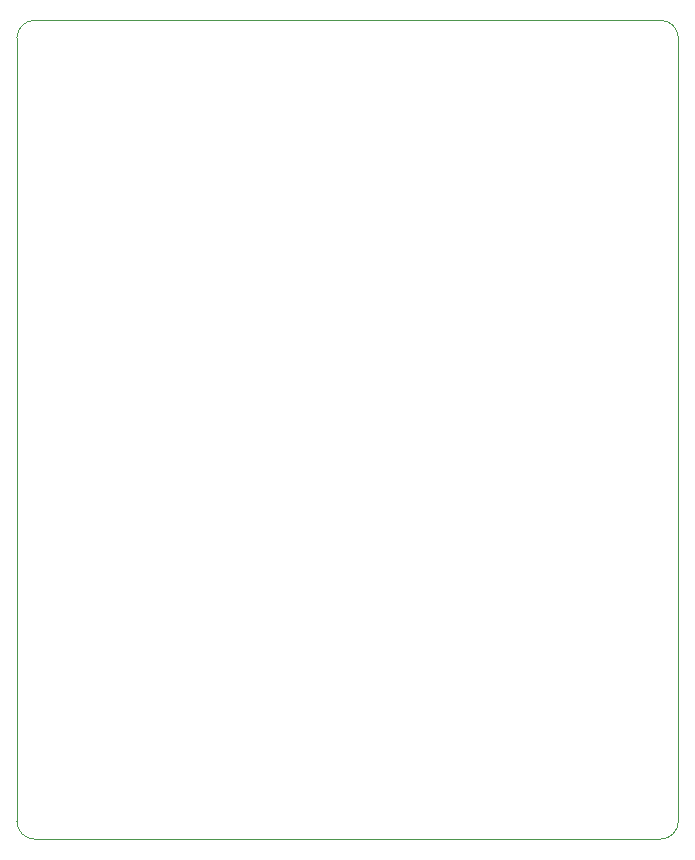
<source format=gbr>
G04 #@! TF.GenerationSoftware,KiCad,Pcbnew,(5.1.2)-2*
G04 #@! TF.CreationDate,2019-07-21T13:35:31+02:00*
G04 #@! TF.ProjectId,MyArduino,4d794172-6475-4696-9e6f-2e6b69636164,rev?*
G04 #@! TF.SameCoordinates,Original*
G04 #@! TF.FileFunction,Profile,NP*
%FSLAX46Y46*%
G04 Gerber Fmt 4.6, Leading zero omitted, Abs format (unit mm)*
G04 Created by KiCad (PCBNEW (5.1.2)-2) date 2019-07-21 13:35:31*
%MOMM*%
%LPD*%
G04 APERTURE LIST*
%ADD10C,0.050000*%
G04 APERTURE END LIST*
D10*
X145415000Y-140462000D02*
X92456000Y-140462000D01*
X90932000Y-72644000D02*
X90932000Y-138938000D01*
X146939000Y-72644000D02*
X146939000Y-138938000D01*
X92456000Y-71120000D02*
X145415000Y-71120000D01*
X146939000Y-138938000D02*
G75*
G02X145415000Y-140462000I-1524000J0D01*
G01*
X92456000Y-140462000D02*
G75*
G02X90932000Y-138938000I0J1524000D01*
G01*
X145415000Y-71120000D02*
G75*
G02X146939000Y-72644000I0J-1524000D01*
G01*
X90932000Y-72644000D02*
G75*
G02X92456000Y-71120000I1524000J0D01*
G01*
M02*

</source>
